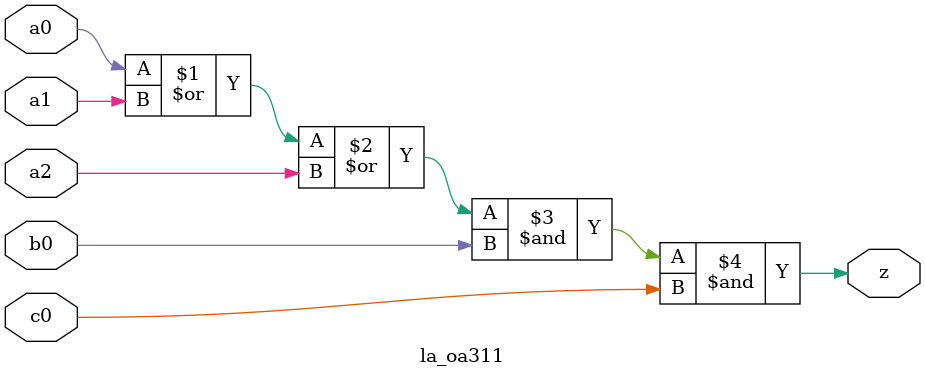
<source format=v>


module la_oa311 #(
    parameter PROP = "DEFAULT"
) (
    input  a0,
    input  a1,
    input  a2,
    input  b0,
    input  c0,
    output z
);

    assign z = (a0 | a1 | a2) & b0 & c0;

endmodule

</source>
